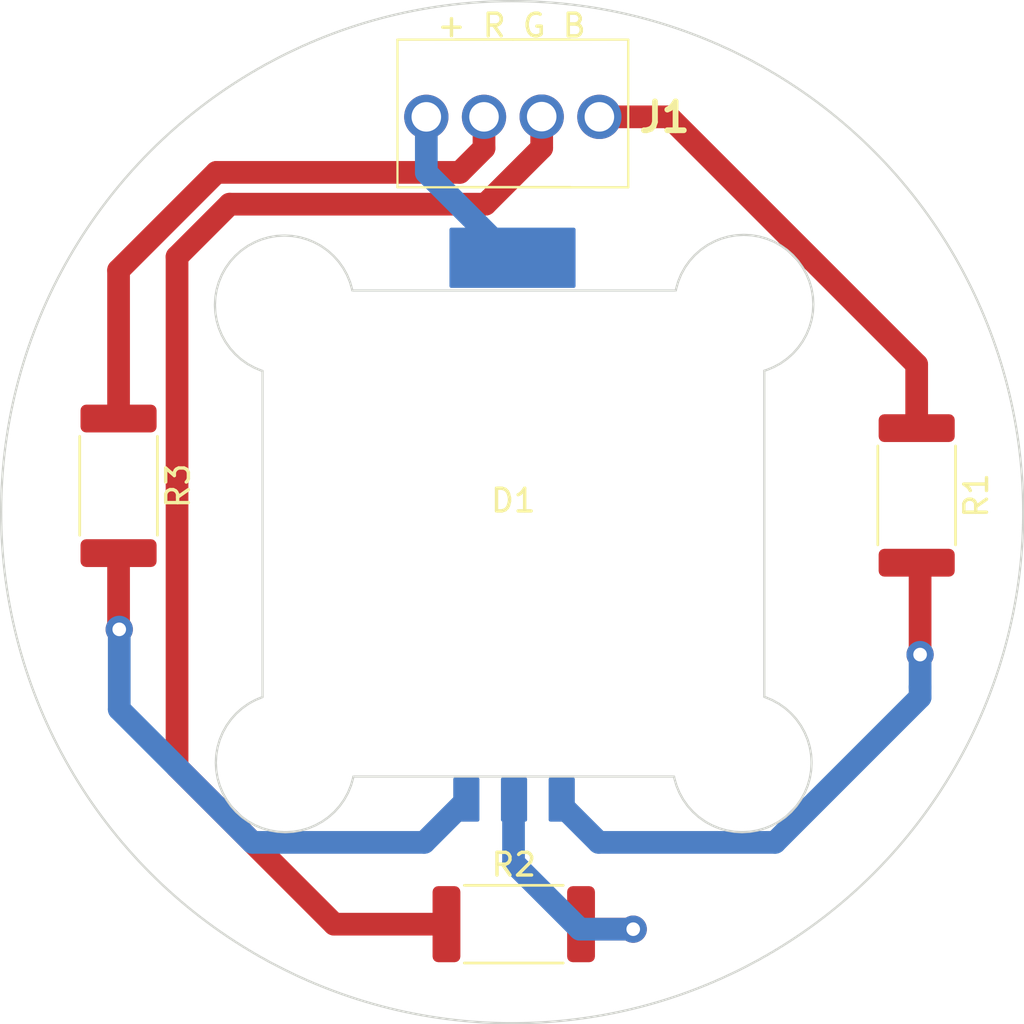
<source format=kicad_pcb>
(kicad_pcb (version 20221018) (generator pcbnew)
  (layers (0 "F.Cu" signal) (31 "B.Cu" signal) (34 "B.Paste" user) (35 "F.Paste" user) (36 "B.SilkS" user "B.Silkscreen") (37 "F.SilkS" user "F.Silkscreen") (38 "B.Mask" user) (39 "F.Mask" user) (44 "Edge.Cuts" user))
  (net 0 "")
  (net 1 "Net-(D1-A)")
  (net 2 "Net-(D1-RK)")
  (net 3 "Net-(D1-GK)")
  (net 4 "Net-(D1-BK)")
  (net 5 "Net-(J1-Pin_2)")
  (net 6 "Net-(J1-Pin_3)")
  (net 7 "Net-(J1-Pin_1)")
  (footprint "Resistor_SMD:R_2512_6332Metric" (layer "F.Cu") (at 160.7 91.8625 -90)
    (fp_text reference "R1" (at 0 -2.62 90) (layer "F.SilkS"))
    (fp_text value "5.1Ω/1W")
    (fp_line (start -2.177064 -1.71) (end 2.177064 -1.71) (stroke (width 0.12)) (layer "F.SilkS"))
    (fp_line (start -2.177064 1.71) (end 2.177064 1.71) (stroke (width 0.12)) (layer "F.SilkS"))
    (pad "1" smd roundrect (at -2.9625 0 270) (size 1.225 3.35) (layers "F.Cu" "F.Paste" "F.Mask") (roundrect_rratio 0.2040816327) (net 7 "Net-(J1-Pin_1)"))
    (pad "2" smd roundrect (at 2.9625 0 270) (size 1.225 3.35) (layers "F.Cu" "F.Paste" "F.Mask") (roundrect_rratio 0.2040816327) (net 4 "Net-(D1-BK)"))
  )
  (footprint "Resistor_SMD:R_2512_6332Metric" (layer "F.Cu") (at 125.56 91.44 -90)
    (fp_text reference "R3" (at 0 -2.62 90) (layer "F.SilkS"))
    (fp_text value "10Ω/1W")
    (fp_line (start -2.177064 -1.71) (end 2.177064 -1.71) (stroke (width 0.12)) (layer "F.SilkS"))
    (fp_line (start -2.177064 1.71) (end 2.177064 1.71) (stroke (width 0.12)) (layer "F.SilkS"))
    (pad "1" smd roundrect (at -2.9625 0 270) (size 1.225 3.35) (layers "F.Cu" "F.Paste" "F.Mask") (roundrect_rratio 0.2040816327) (net 6 "Net-(J1-Pin_3)"))
    (pad "2" smd roundrect (at 2.9625 0 270) (size 1.225 3.35) (layers "F.Cu" "F.Paste" "F.Mask") (roundrect_rratio 0.2040816327) (net 2 "Net-(D1-RK)"))
  )
  (footprint "mylife-footprints:RS PRO Terminal Small x4" (layer "F.Cu") (at 146.73 75.195 180)
    (fp_text reference "J1" (at -2.87 -0.015) (layer "F.SilkS") (effects (font (size 1.27 1.27) (thickness 0.254))))
    (fp_text value "Screw_Terminal_01x04" hide)
    (fp_line (start -1.27 -3.1) (end 3.81 -3.1) (stroke (width 0.1)) (layer "F.SilkS"))
    (fp_line (start -1.27 3.4) (end -1.27 -3.1) (stroke (width 0.1)) (layer "F.SilkS"))
    (fp_line (start 1.27 -3.09) (end 6.35 -3.09) (stroke (width 0.1)) (layer "F.SilkS"))
    (fp_line (start 3.81 -3.1) (end 8.89 -3.1) (stroke (width 0.1)) (layer "F.SilkS"))
    (fp_line (start 3.81 3.4) (end -1.27 3.4) (stroke (width 0.1)) (layer "F.SilkS"))
    (fp_line (start 6.35 3.41) (end 1.27 3.41) (stroke (width 0.1)) (layer "F.SilkS"))
    (fp_line (start 8.89 -3.1) (end 8.89 3.4) (stroke (width 0.1)) (layer "F.SilkS"))
    (fp_line (start 8.89 3.4) (end 3.81 3.4) (stroke (width 0.1)) (layer "F.SilkS"))
    (pad "" np_thru_hole circle (at 0 2.54 180) (size 1.3 1.3) (drill 1.3) (layers "*.Cu" "*.Mask"))
    (pad "" np_thru_hole circle (at 2.54 2.54 180) (size 1.3 1.3) (drill 1.3) (layers "*.Cu" "*.Mask"))
    (pad "" np_thru_hole circle (at 5.08 2.55 180) (size 1.3 1.3) (drill 1.3) (layers "*.Cu" "*.Mask"))
    (pad "" np_thru_hole circle (at 7.62 2.54 180) (size 1.3 1.3) (drill 1.3) (layers "*.Cu" "*.Mask"))
    (pad "1" thru_hole circle (at 0 0 180) (size 1.95 1.95) (drill 1.3) (layers "*.Cu" "*.Mask") (net 7 "Net-(J1-Pin_1)"))
    (pad "2" thru_hole circle (at 2.54 0.01 180) (size 1.95 1.95) (drill 1.3) (layers "*.Cu" "*.Mask") (net 5 "Net-(J1-Pin_2)"))
    (pad "3" thru_hole circle (at 5.08 0 180) (size 1.95 1.95) (drill 1.3) (layers "*.Cu" "*.Mask") (net 6 "Net-(J1-Pin_3)"))
    (pad "4" thru_hole circle (at 7.62 0 180) (size 1.95 1.95) (drill 1.3) (layers "*.Cu" "*.Mask") (net 1 "Net-(D1-A)"))
  )
  (footprint "mylife-footprints:LED RGB 10W" (layer "F.Cu") (at 142.94 92.59)
    (fp_text reference "D1" (at 0 -0.5 unlocked) (layer "F.SilkS"))
    (fp_text value "LED_ARGB")
    (fp_poly (pts (xy 10.492611 -12.180759) (xy 10.830914 -12.123279) (xy 11.160654 -12.028283) (xy 11.477684 -11.896965) (xy 11.778018 -11.730976) (xy 12.057879 -11.532404) (xy 12.313747 -11.303747) (xy 12.542404 -11.047879) (xy 12.740976 -10.768018) (xy 12.906965 -10.467684) (xy 13.038283 -10.150654) (xy 13.133279 -9.820914) (xy 13.190759 -9.482611) (xy 13.21 -9.14) (xy 13.190759 -8.797389) (xy 13.133279 -8.459086) (xy 13.038283 -8.129346) (xy 12.906965 -7.812316) (xy 12.740976 -7.511982) (xy 12.542404 -7.232121) (xy 12.313747 -6.976253) (xy 12.057879 -6.747596) (xy 11.778018 -6.549024) (xy 11.477684 -6.383035) (xy 11.160654 -6.251717) (xy 11.05 -6.219838) (xy 11.05 8.142206) (xy 11.083015 8.151717) (xy 11.400045 8.283035) (xy 11.700379 8.449024) (xy 11.98024 8.647596) (xy 12.236108 8.876253) (xy 12.464765 9.132121) (xy 12.663337 9.411982) (xy 12.829326 9.712316) (xy 12.960644 10.029346) (xy 13.05564 10.359086) (xy 13.11312 10.697389) (xy 13.132361 11.04) (xy 13.11312 11.382611) (xy 13.05564 11.720914) (xy 12.960644 12.050654) (xy 12.829326 12.367684) (xy 12.663337 12.668018) (xy 12.464765 12.947879) (xy 12.236108 13.203747) (xy 11.98024 13.432404) (xy 11.700379 13.630976) (xy 11.400045 13.796965) (xy 11.083015 13.928283) (xy 10.753275 14.023279) (xy 10.414972 14.080759) (xy 10.072361 14.1) (xy 9.72975 14.080759) (xy 9.391447 14.023279) (xy 9.061707 13.928283) (xy 8.744677 13.796965) (xy 8.444343 13.630976) (xy 8.164482 13.432404) (xy 7.908614 13.203747) (xy 7.679957 12.947879) (xy 7.481385 12.668018) (xy 7.315396 12.367684) (xy 7.184078 12.050654) (xy 7.089082 11.720914) (xy 7.077033 11.65) (xy -7.042311 11.65) (xy -7.05436 11.720914) (xy -7.149356 12.050654) (xy -7.280674 12.367684) (xy -7.446663 12.668018) (xy -7.645235 12.947879) (xy -7.873892 13.203747) (xy -8.12976 13.432404) (xy -8.409621 13.630976) (xy -8.709955 13.796965) (xy -9.026985 13.928283) (xy -9.356725 14.023279) (xy -9.695028 14.080759) (xy -10.037639 14.1) (xy -10.38025 14.080759) (xy -10.718553 14.023279) (xy -11.048293 13.928283) (xy -11.365323 13.796965) (xy -11.665657 13.630976) (xy -11.945518 13.432404) (xy -12.201386 13.203747) (xy -12.430043 12.947879) (xy -12.628615 12.668018) (xy -12.794604 12.367684) (xy -12.925922 12.050654) (xy -13.020918 11.720914) (xy -13.078398 11.382611) (xy -13.097639 11.04) (xy -13.078398 10.697389) (xy -13.020918 10.359086) (xy -12.925922 10.029346) (xy -12.794604 9.712316) (xy -12.628615 9.411982) (xy -12.430043 9.132121) (xy -12.201386 8.876253) (xy -11.945518 8.647596) (xy -11.665657 8.449024) (xy -11.365323 8.283035) (xy -11.048293 8.151717) (xy -11.04 8.149328) (xy -11.04 -6.207804) (xy -11.088293 -6.221717) (xy -11.405323 -6.353035) (xy -11.705657 -6.519024) (xy -11.985518 -6.717596) (xy -12.241386 -6.946253) (xy -12.470043 -7.202121) (xy -12.668615 -7.481982) (xy -12.834604 -7.782316) (xy -12.965922 -8.099346) (xy -13.060918 -8.429086) (xy -13.118398 -8.767389) (xy -13.137639 -9.11) (xy -13.118398 -9.452611) (xy -13.060918 -9.790914) (xy -12.965922 -10.120654) (xy -12.834604 -10.437684) (xy -12.668615 -10.738018) (xy -12.470043 -11.017879) (xy -12.241386 -11.273747) (xy -11.985518 -11.502404) (xy -11.705657 -11.700976) (xy -11.405323 -11.866965) (xy -11.088293 -11.998283) (xy -10.758553 -12.093279) (xy -10.42025 -12.150759) (xy -10.077639 -12.17) (xy -9.735028 -12.150759) (xy -9.396725 -12.093279) (xy -9.066985 -11.998283) (xy -8.749955 -11.866965) (xy -8.449621 -11.700976) (xy -8.16976 -11.502404) (xy -7.913892 -11.273747) (xy -7.685235 -11.017879) (xy -7.486663 -10.738018) (xy -7.320674 -10.437684) (xy -7.189356 -10.120654) (xy -7.09436 -9.790914) (xy -7.087408 -9.75) (xy 7.154672 -9.75) (xy 7.166721 -9.820914) (xy 7.261717 -10.150654) (xy 7.393035 -10.467684) (xy 7.559024 -10.768018) (xy 7.757596 -11.047879) (xy 7.986253 -11.303747) (xy 8.242121 -11.532404) (xy 8.521982 -11.730976) (xy 8.822316 -11.896965) (xy 9.139346 -12.028283) (xy 9.469086 -12.123279) (xy 9.807389 -12.180759) (xy 10.15 -12.2)) (stroke (width 0.1)) (fill none) (layer "Edge.Cuts"))
    (pad "1" smd custom locked (at -0.02 -11.13) (size 1.524 1.524) (layers "B.Cu" "B.Paste" "B.Mask") (net 1 "Net-(D1-A)") (options (clearance outline) (anchor circle)) (primitives (gr_poly (pts (xy 0.870847 -0.746121) (xy 0.983248 -0.691178) (xy 1.071791 -0.602789) (xy 1.12693 -0.490484) (xy 1.143 -0.381) (xy 1.143 0.381) (xy 1.127121 0.489847) (xy 1.072178 0.602248) (xy 0.983789 0.690791) (xy 0.871484 0.74593) (xy 0.762 0.762) (xy -0.762 0.762) (xy -0.870847 0.746121) (xy -0.983248 0.691178) (xy -1.071791 0.602789) (xy -1.12693 0.490484) (xy -1.143 0.381) (xy -1.143 -0.381) (xy -1.127121 -0.489847) (xy -1.072178 -0.602248) (xy -0.983789 -0.690791) (xy -0.871484 -0.74593) (xy -0.762 -0.762) (xy 0.762 -0.762)) (width 0) (fill yes)) (gr_poly (pts (xy 2.684748 1.190001) (xy -2.715251 1.190001) (xy -2.715251 -1.309999) (xy 2.684748 -1.309999)) (width 0.1524) (fill yes))))
    (pad "2" smd custom locked (at -2.09 12.72) (size 1 1) (layers "B.Cu" "B.Paste" "B.Mask") (net 2 "Net-(D1-RK)") (options (clearance outline) (anchor circle)) (primitives (gr_poly (pts (xy 0.345671 -0.48097) (xy 0.426777 -0.426777) (xy 0.48097 -0.345671) (xy 0.5 -0.25) (xy 0.5 0.25) (xy 0.48097 0.345671) (xy 0.426777 0.426777) (xy 0.345671 0.48097) (xy 0.25 0.5) (xy -0.25 0.5) (xy -0.345671 0.48097) (xy -0.426777 0.426777) (xy -0.48097 0.345671) (xy -0.5 0.25) (xy -0.5 -0.25) (xy -0.48097 -0.345671) (xy -0.426777 -0.426777) (xy -0.345671 -0.48097) (xy -0.25 -0.5) (xy 0.25 -0.5)) (width 0) (fill yes)) (gr_poly (pts (xy 0.521866 0.839999) (xy -0.478135 0.839999) (xy -0.478135 -0.96) (xy 0.521866 -0.96)) (width 0.1524) (fill yes))))
    (pad "3" smd custom locked (at 0.01 12.72) (size 0.542 0.542) (layers "B.Cu" "B.Paste" "B.Mask") (net 3 "Net-(D1-GK)") (options (clearance outline) (anchor circle)) (primitives (gr_poly (pts (xy 0.277854 -0.260686) (xy 0.321813 -0.231313) (xy 0.351186 -0.187354) (xy 0.3615 -0.1355) (xy 0.3615 0.1355) (xy 0.351186 0.187354) (xy 0.321813 0.231313) (xy 0.277854 0.260686) (xy 0.226 0.271) (xy -0.226 0.271) (xy -0.277854 0.260686) (xy -0.321813 0.231313) (xy -0.351186 0.187354) (xy -0.3615 0.1355) (xy -0.3615 -0.1355) (xy -0.351186 -0.187354) (xy -0.321813 -0.231313) (xy -0.277854 -0.260686) (xy -0.226 -0.271) (xy 0.226 -0.271)) (width 0) (fill yes)) (gr_poly (pts (xy 0.521865 0.839999) (xy -0.478135 0.839999) (xy -0.478135 -0.96) (xy 0.521865 -0.96)) (width 0.1524) (fill yes))))
    (pad "4" smd custom locked (at 2.08 12.87) (size 0.572 0.572) (layers "B.Cu" "B.Paste" "B.Mask") (net 4 "Net-(D1-BK)") (options (clearance outline) (anchor circle)) (primitives (gr_poly (pts (xy 0.288224 -0.275115) (xy 0.334616 -0.244116) (xy 0.365615 -0.197724) (xy 0.3765 -0.143) (xy 0.3765 0.143) (xy 0.365615 0.197724) (xy 0.334616 0.244116) (xy 0.288224 0.275115) (xy 0.2335 0.286) (xy -0.2335 0.286) (xy -0.288224 0.275115) (xy -0.334616 0.244116) (xy -0.365615 0.197724) (xy -0.3765 0.143) (xy -0.3765 -0.143) (xy -0.365615 -0.197724) (xy -0.334616 -0.244116) (xy -0.288224 -0.275115) (xy -0.2335 -0.286) (xy 0.2335 -0.286)) (width 0) (fill yes)) (gr_poly (pts (xy 0.551867 0.689999) (xy -0.448134 0.689999) (xy -0.448134 -1.11) (xy 0.551867 -1.11)) (width 0.1524) (fill yes))))
  )
  (footprint "Resistor_SMD:R_2512_6332Metric" (layer "F.Cu") (at 142.96 110.74)
    (fp_text reference "R2" (at 0 -2.62) (layer "F.SilkS"))
    (fp_text value "5.1Ω/1W")
    (fp_line (start -2.177064 -1.71) (end 2.177064 -1.71) (stroke (width 0.12)) (layer "F.SilkS"))
    (fp_line (start -2.177064 1.71) (end 2.177064 1.71) (stroke (width 0.12)) (layer "F.SilkS"))
    (pad "1" smd roundrect (at -2.9625 0) (size 1.225 3.35) (layers "F.Cu" "F.Paste" "F.Mask") (roundrect_rratio 0.2040816327) (net 5 "Net-(J1-Pin_2)"))
    (pad "2" smd roundrect (at 2.9625 0) (size 1.225 3.35) (layers "F.Cu" "F.Paste" "F.Mask") (roundrect_rratio 0.2040816327) (net 3 "Net-(D1-GK)"))
  )
  (gr_circle locked (center 142.89 92.6) (end 165.39 92.6) (stroke (width 0.1)) (fill none) (layer "Edge.Cuts"))
  (gr_text "+ R G B" (at 139.5 71.76) (layer "F.SilkS") (effects (font (size 1 1)) (justify left bottom)))
  (segment (start 139.11 77.65) (end 142.92 81.46) (width 1) (layer "B.Cu") (net 1))
  (segment (start 139.11 75.195) (end 139.11 77.65) (width 1) (layer "B.Cu") (net 1))
  (segment (start 125.56 94.4025) (end 125.56 97.73) (width 1) (layer "F.Cu") (net 2))
  (segment (start 125.56 97.73) (end 125.59 97.76) (width 1) (layer "F.Cu") (net 2))
  (via (at 125.59 97.76) (size 1.2) (drill 0.6) (layers "F.Cu" "B.Cu") (net 2))
  (segment (start 131.451235 107.138398) (end 125.59 101.277163) (width 1) (layer "B.Cu") (net 2))
  (segment (start 139.021602 107.138398) (end 131.451235 107.138398) (width 1) (layer "B.Cu") (net 2))
  (segment (start 125.59 101.277163) (end 125.59 97.76) (width 1) (layer "B.Cu") (net 2))
  (segment (start 140.85 105.31) (end 139.021602 107.138398) (width 1) (layer "B.Cu") (net 2))
  (segment (start 148.22 110.96) (end 146.1425 110.96) (width 1) (layer "F.Cu") (net 3))
  (segment (start 146.1425 110.96) (end 145.9225 110.74) (width 1) (layer "F.Cu") (net 3))
  (via (at 148.22 110.96) (size 1.2) (drill 0.6) (layers "F.Cu" "B.Cu") (net 3))
  (segment (start 142.95 105.31) (end 142.95 108.04) (width 1) (layer "B.Cu") (net 3))
  (segment (start 142.95 108.04) (end 145.82 110.91) (width 1) (layer "B.Cu") (net 3))
  (segment (start 145.82 110.91) (end 145.87 110.96) (width 1) (layer "B.Cu") (net 3))
  (segment (start 145.87 110.96) (end 148.22 110.96) (width 1) (layer "B.Cu") (net 3))
  (segment (start 160.85 94.975) (end 160.7 94.825) (width 1) (layer "F.Cu") (net 4))
  (segment (start 160.85 98.87) (end 160.85 94.975) (width 1) (layer "F.Cu") (net 4))
  (via (at 160.85 98.87) (size 1.2) (drill 0.6) (layers "F.Cu" "B.Cu") (net 4))
  (segment (start 145.02 105.46) (end 146.698398 107.138398) (width 1) (layer "B.Cu") (net 4))
  (segment (start 146.698398 107.138398) (end 154.463487 107.138398) (width 1) (layer "B.Cu") (net 4))
  (segment (start 160.85 100.751885) (end 160.85 100.3) (width 1) (layer "B.Cu") (net 4))
  (segment (start 160.85 100.3) (end 160.85 98.87) (width 1) (layer "B.Cu") (net 4))
  (segment (start 154.463487 107.138398) (end 160.85 100.751885) (width 1) (layer "B.Cu") (net 4))
  (segment (start 130.45 79.04) (end 128.135 81.355) (width 1) (layer "F.Cu") (net 5))
  (segment (start 128.135 103.822163) (end 135.052837 110.74) (width 1) (layer "F.Cu") (net 5))
  (segment (start 144.19 76.563858) (end 141.713858 79.04) (width 1) (layer "F.Cu") (net 5))
  (segment (start 135.052837 110.74) (end 139.9975 110.74) (width 1) (layer "F.Cu") (net 5))
  (segment (start 128.135 81.355) (end 128.135 103.822163) (width 1) (layer "F.Cu") (net 5))
  (segment (start 144.19 75.185) (end 144.19 76.563858) (width 1) (layer "F.Cu") (net 5))
  (segment (start 141.713858 79.04) (end 130.45 79.04) (width 1) (layer "F.Cu") (net 5))
  (segment (start 141.65 76.573858) (end 141.65 75.195) (width 1) (layer "F.Cu") (net 6))
  (segment (start 125.56 81.950102) (end 129.870102 77.64) (width 1) (layer "F.Cu") (net 6))
  (segment (start 129.870102 77.64) (end 140.583858 77.64) (width 1) (layer "F.Cu") (net 6))
  (segment (start 125.56 88.4775) (end 125.56 81.950102) (width 1) (layer "F.Cu") (net 6))
  (segment (start 140.583858 77.64) (end 141.65 76.573858) (width 1) (layer "F.Cu") (net 6))
  (segment (start 160.7 88.9) (end 160.7 86.100476) (width 1) (layer "F.Cu") (net 7))
  (segment (start 149.794524 75.195) (end 160.7 86.100476) (width 1) (layer "F.Cu") (net 7))
  (segment (start 146.73 75.195) (end 149.794524 75.195) (width 1) (layer "F.Cu") (net 7))
)
</source>
